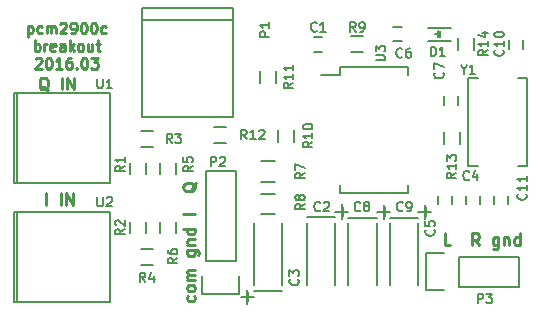
<source format=gto>
G04 #@! TF.FileFunction,Legend,Top*
%FSLAX46Y46*%
G04 Gerber Fmt 4.6, Leading zero omitted, Abs format (unit mm)*
G04 Created by KiCad (PCBNEW 4.0.2-stable) date Mon 07 Mar 2016 02:30:54 PM HST*
%MOMM*%
G01*
G04 APERTURE LIST*
%ADD10C,0.100000*%
%ADD11C,0.250000*%
%ADD12C,0.225000*%
%ADD13C,0.150000*%
G04 APERTURE END LIST*
D10*
D11*
X120638096Y-113147619D02*
X120542858Y-113100000D01*
X120447620Y-113004762D01*
X120304763Y-112861905D01*
X120209524Y-112814286D01*
X120114286Y-112814286D01*
X120161905Y-113052381D02*
X120066667Y-113004762D01*
X119971429Y-112909524D01*
X119923810Y-112719048D01*
X119923810Y-112385714D01*
X119971429Y-112195238D01*
X120066667Y-112100000D01*
X120161905Y-112052381D01*
X120352382Y-112052381D01*
X120447620Y-112100000D01*
X120542858Y-112195238D01*
X120590477Y-112385714D01*
X120590477Y-112719048D01*
X120542858Y-112909524D01*
X120447620Y-113004762D01*
X120352382Y-113052381D01*
X120161905Y-113052381D01*
X121780953Y-113052381D02*
X121780953Y-112052381D01*
X122257143Y-113052381D02*
X122257143Y-112052381D01*
X122828572Y-113052381D01*
X122828572Y-112052381D01*
X120457143Y-122852381D02*
X120457143Y-121852381D01*
X121695238Y-122852381D02*
X121695238Y-121852381D01*
X122171428Y-122852381D02*
X122171428Y-121852381D01*
X122742857Y-122852381D01*
X122742857Y-121852381D01*
X133004762Y-130523809D02*
X133052381Y-130619047D01*
X133052381Y-130809524D01*
X133004762Y-130904762D01*
X132957143Y-130952381D01*
X132861905Y-131000000D01*
X132576190Y-131000000D01*
X132480952Y-130952381D01*
X132433333Y-130904762D01*
X132385714Y-130809524D01*
X132385714Y-130619047D01*
X132433333Y-130523809D01*
X133052381Y-129952381D02*
X133004762Y-130047619D01*
X132957143Y-130095238D01*
X132861905Y-130142857D01*
X132576190Y-130142857D01*
X132480952Y-130095238D01*
X132433333Y-130047619D01*
X132385714Y-129952381D01*
X132385714Y-129809523D01*
X132433333Y-129714285D01*
X132480952Y-129666666D01*
X132576190Y-129619047D01*
X132861905Y-129619047D01*
X132957143Y-129666666D01*
X133004762Y-129714285D01*
X133052381Y-129809523D01*
X133052381Y-129952381D01*
X133052381Y-129190476D02*
X132385714Y-129190476D01*
X132480952Y-129190476D02*
X132433333Y-129142857D01*
X132385714Y-129047619D01*
X132385714Y-128904761D01*
X132433333Y-128809523D01*
X132528571Y-128761904D01*
X133052381Y-128761904D01*
X132528571Y-128761904D02*
X132433333Y-128714285D01*
X132385714Y-128619047D01*
X132385714Y-128476190D01*
X132433333Y-128380952D01*
X132528571Y-128333333D01*
X133052381Y-128333333D01*
X132385714Y-126666666D02*
X133195238Y-126666666D01*
X133290476Y-126714285D01*
X133338095Y-126761904D01*
X133385714Y-126857143D01*
X133385714Y-127000000D01*
X133338095Y-127095238D01*
X133004762Y-126666666D02*
X133052381Y-126761904D01*
X133052381Y-126952381D01*
X133004762Y-127047619D01*
X132957143Y-127095238D01*
X132861905Y-127142857D01*
X132576190Y-127142857D01*
X132480952Y-127095238D01*
X132433333Y-127047619D01*
X132385714Y-126952381D01*
X132385714Y-126761904D01*
X132433333Y-126666666D01*
X132385714Y-126190476D02*
X133052381Y-126190476D01*
X132480952Y-126190476D02*
X132433333Y-126142857D01*
X132385714Y-126047619D01*
X132385714Y-125904761D01*
X132433333Y-125809523D01*
X132528571Y-125761904D01*
X133052381Y-125761904D01*
X133052381Y-124857142D02*
X132052381Y-124857142D01*
X133004762Y-124857142D02*
X133052381Y-124952380D01*
X133052381Y-125142857D01*
X133004762Y-125238095D01*
X132957143Y-125285714D01*
X132861905Y-125333333D01*
X132576190Y-125333333D01*
X132480952Y-125285714D01*
X132433333Y-125238095D01*
X132385714Y-125142857D01*
X132385714Y-124952380D01*
X132433333Y-124857142D01*
X133052381Y-123619047D02*
X132052381Y-123619047D01*
X133147619Y-120952380D02*
X133100000Y-121047618D01*
X133004762Y-121142856D01*
X132861905Y-121285713D01*
X132814286Y-121380952D01*
X132814286Y-121476190D01*
X133052381Y-121428571D02*
X133004762Y-121523809D01*
X132909524Y-121619047D01*
X132719048Y-121666666D01*
X132385714Y-121666666D01*
X132195238Y-121619047D01*
X132100000Y-121523809D01*
X132052381Y-121428571D01*
X132052381Y-121238094D01*
X132100000Y-121142856D01*
X132195238Y-121047618D01*
X132385714Y-120999999D01*
X132719048Y-120999999D01*
X132909524Y-121047618D01*
X133004762Y-121142856D01*
X133052381Y-121238094D01*
X133052381Y-121428571D01*
X154690476Y-126252381D02*
X154214285Y-126252381D01*
X154214285Y-125252381D01*
X157119048Y-126252381D02*
X156785714Y-125776190D01*
X156547619Y-126252381D02*
X156547619Y-125252381D01*
X156928572Y-125252381D01*
X157023810Y-125300000D01*
X157071429Y-125347619D01*
X157119048Y-125442857D01*
X157119048Y-125585714D01*
X157071429Y-125680952D01*
X157023810Y-125728571D01*
X156928572Y-125776190D01*
X156547619Y-125776190D01*
X158738096Y-125585714D02*
X158738096Y-126395238D01*
X158690477Y-126490476D01*
X158642858Y-126538095D01*
X158547619Y-126585714D01*
X158404762Y-126585714D01*
X158309524Y-126538095D01*
X158738096Y-126204762D02*
X158642858Y-126252381D01*
X158452381Y-126252381D01*
X158357143Y-126204762D01*
X158309524Y-126157143D01*
X158261905Y-126061905D01*
X158261905Y-125776190D01*
X158309524Y-125680952D01*
X158357143Y-125633333D01*
X158452381Y-125585714D01*
X158642858Y-125585714D01*
X158738096Y-125633333D01*
X159214286Y-125585714D02*
X159214286Y-126252381D01*
X159214286Y-125680952D02*
X159261905Y-125633333D01*
X159357143Y-125585714D01*
X159500001Y-125585714D01*
X159595239Y-125633333D01*
X159642858Y-125728571D01*
X159642858Y-126252381D01*
X160547620Y-126252381D02*
X160547620Y-125252381D01*
X160547620Y-126204762D02*
X160452382Y-126252381D01*
X160261905Y-126252381D01*
X160166667Y-126204762D01*
X160119048Y-126157143D01*
X160071429Y-126061905D01*
X160071429Y-125776190D01*
X160119048Y-125680952D01*
X160166667Y-125633333D01*
X160261905Y-125585714D01*
X160452382Y-125585714D01*
X160547620Y-125633333D01*
D12*
X118921428Y-107722143D02*
X118921428Y-108622143D01*
X118921428Y-107765000D02*
X119007142Y-107722143D01*
X119178571Y-107722143D01*
X119264285Y-107765000D01*
X119307142Y-107807857D01*
X119349999Y-107893571D01*
X119349999Y-108150714D01*
X119307142Y-108236429D01*
X119264285Y-108279286D01*
X119178571Y-108322143D01*
X119007142Y-108322143D01*
X118921428Y-108279286D01*
X120121428Y-108279286D02*
X120035714Y-108322143D01*
X119864285Y-108322143D01*
X119778571Y-108279286D01*
X119735714Y-108236429D01*
X119692857Y-108150714D01*
X119692857Y-107893571D01*
X119735714Y-107807857D01*
X119778571Y-107765000D01*
X119864285Y-107722143D01*
X120035714Y-107722143D01*
X120121428Y-107765000D01*
X120507143Y-108322143D02*
X120507143Y-107722143D01*
X120507143Y-107807857D02*
X120550000Y-107765000D01*
X120635714Y-107722143D01*
X120764286Y-107722143D01*
X120850000Y-107765000D01*
X120892857Y-107850714D01*
X120892857Y-108322143D01*
X120892857Y-107850714D02*
X120935714Y-107765000D01*
X121021428Y-107722143D01*
X121150000Y-107722143D01*
X121235714Y-107765000D01*
X121278571Y-107850714D01*
X121278571Y-108322143D01*
X121664286Y-107507857D02*
X121707143Y-107465000D01*
X121792857Y-107422143D01*
X122007143Y-107422143D01*
X122092857Y-107465000D01*
X122135714Y-107507857D01*
X122178571Y-107593571D01*
X122178571Y-107679286D01*
X122135714Y-107807857D01*
X121621428Y-108322143D01*
X122178571Y-108322143D01*
X122607143Y-108322143D02*
X122778571Y-108322143D01*
X122864286Y-108279286D01*
X122907143Y-108236429D01*
X122992857Y-108107857D01*
X123035714Y-107936429D01*
X123035714Y-107593571D01*
X122992857Y-107507857D01*
X122950000Y-107465000D01*
X122864286Y-107422143D01*
X122692857Y-107422143D01*
X122607143Y-107465000D01*
X122564286Y-107507857D01*
X122521429Y-107593571D01*
X122521429Y-107807857D01*
X122564286Y-107893571D01*
X122607143Y-107936429D01*
X122692857Y-107979286D01*
X122864286Y-107979286D01*
X122950000Y-107936429D01*
X122992857Y-107893571D01*
X123035714Y-107807857D01*
X123592857Y-107422143D02*
X123678572Y-107422143D01*
X123764286Y-107465000D01*
X123807143Y-107507857D01*
X123850000Y-107593571D01*
X123892857Y-107765000D01*
X123892857Y-107979286D01*
X123850000Y-108150714D01*
X123807143Y-108236429D01*
X123764286Y-108279286D01*
X123678572Y-108322143D01*
X123592857Y-108322143D01*
X123507143Y-108279286D01*
X123464286Y-108236429D01*
X123421429Y-108150714D01*
X123378572Y-107979286D01*
X123378572Y-107765000D01*
X123421429Y-107593571D01*
X123464286Y-107507857D01*
X123507143Y-107465000D01*
X123592857Y-107422143D01*
X124450000Y-107422143D02*
X124535715Y-107422143D01*
X124621429Y-107465000D01*
X124664286Y-107507857D01*
X124707143Y-107593571D01*
X124750000Y-107765000D01*
X124750000Y-107979286D01*
X124707143Y-108150714D01*
X124664286Y-108236429D01*
X124621429Y-108279286D01*
X124535715Y-108322143D01*
X124450000Y-108322143D01*
X124364286Y-108279286D01*
X124321429Y-108236429D01*
X124278572Y-108150714D01*
X124235715Y-107979286D01*
X124235715Y-107765000D01*
X124278572Y-107593571D01*
X124321429Y-107507857D01*
X124364286Y-107465000D01*
X124450000Y-107422143D01*
X125521429Y-108279286D02*
X125435715Y-108322143D01*
X125264286Y-108322143D01*
X125178572Y-108279286D01*
X125135715Y-108236429D01*
X125092858Y-108150714D01*
X125092858Y-107893571D01*
X125135715Y-107807857D01*
X125178572Y-107765000D01*
X125264286Y-107722143D01*
X125435715Y-107722143D01*
X125521429Y-107765000D01*
X119500000Y-109807143D02*
X119500000Y-108907143D01*
X119500000Y-109250000D02*
X119585714Y-109207143D01*
X119757143Y-109207143D01*
X119842857Y-109250000D01*
X119885714Y-109292857D01*
X119928571Y-109378571D01*
X119928571Y-109635714D01*
X119885714Y-109721429D01*
X119842857Y-109764286D01*
X119757143Y-109807143D01*
X119585714Y-109807143D01*
X119500000Y-109764286D01*
X120314286Y-109807143D02*
X120314286Y-109207143D01*
X120314286Y-109378571D02*
X120357143Y-109292857D01*
X120400000Y-109250000D01*
X120485714Y-109207143D01*
X120571429Y-109207143D01*
X121214286Y-109764286D02*
X121128572Y-109807143D01*
X120957143Y-109807143D01*
X120871429Y-109764286D01*
X120828572Y-109678571D01*
X120828572Y-109335714D01*
X120871429Y-109250000D01*
X120957143Y-109207143D01*
X121128572Y-109207143D01*
X121214286Y-109250000D01*
X121257143Y-109335714D01*
X121257143Y-109421429D01*
X120828572Y-109507143D01*
X122028572Y-109807143D02*
X122028572Y-109335714D01*
X121985715Y-109250000D01*
X121900001Y-109207143D01*
X121728572Y-109207143D01*
X121642858Y-109250000D01*
X122028572Y-109764286D02*
X121942858Y-109807143D01*
X121728572Y-109807143D01*
X121642858Y-109764286D01*
X121600001Y-109678571D01*
X121600001Y-109592857D01*
X121642858Y-109507143D01*
X121728572Y-109464286D01*
X121942858Y-109464286D01*
X122028572Y-109421429D01*
X122457144Y-109807143D02*
X122457144Y-108907143D01*
X122542858Y-109464286D02*
X122800001Y-109807143D01*
X122800001Y-109207143D02*
X122457144Y-109550000D01*
X123314286Y-109807143D02*
X123228572Y-109764286D01*
X123185715Y-109721429D01*
X123142858Y-109635714D01*
X123142858Y-109378571D01*
X123185715Y-109292857D01*
X123228572Y-109250000D01*
X123314286Y-109207143D01*
X123442858Y-109207143D01*
X123528572Y-109250000D01*
X123571429Y-109292857D01*
X123614286Y-109378571D01*
X123614286Y-109635714D01*
X123571429Y-109721429D01*
X123528572Y-109764286D01*
X123442858Y-109807143D01*
X123314286Y-109807143D01*
X124385715Y-109207143D02*
X124385715Y-109807143D01*
X124000001Y-109207143D02*
X124000001Y-109678571D01*
X124042858Y-109764286D01*
X124128572Y-109807143D01*
X124257144Y-109807143D01*
X124342858Y-109764286D01*
X124385715Y-109721429D01*
X124685715Y-109207143D02*
X125028572Y-109207143D01*
X124814287Y-108907143D02*
X124814287Y-109678571D01*
X124857144Y-109764286D01*
X124942858Y-109807143D01*
X125028572Y-109807143D01*
X119585715Y-110477857D02*
X119628572Y-110435000D01*
X119714286Y-110392143D01*
X119928572Y-110392143D01*
X120014286Y-110435000D01*
X120057143Y-110477857D01*
X120100000Y-110563571D01*
X120100000Y-110649286D01*
X120057143Y-110777857D01*
X119542857Y-111292143D01*
X120100000Y-111292143D01*
X120657143Y-110392143D02*
X120742858Y-110392143D01*
X120828572Y-110435000D01*
X120871429Y-110477857D01*
X120914286Y-110563571D01*
X120957143Y-110735000D01*
X120957143Y-110949286D01*
X120914286Y-111120714D01*
X120871429Y-111206429D01*
X120828572Y-111249286D01*
X120742858Y-111292143D01*
X120657143Y-111292143D01*
X120571429Y-111249286D01*
X120528572Y-111206429D01*
X120485715Y-111120714D01*
X120442858Y-110949286D01*
X120442858Y-110735000D01*
X120485715Y-110563571D01*
X120528572Y-110477857D01*
X120571429Y-110435000D01*
X120657143Y-110392143D01*
X121814286Y-111292143D02*
X121300001Y-111292143D01*
X121557143Y-111292143D02*
X121557143Y-110392143D01*
X121471429Y-110520714D01*
X121385715Y-110606429D01*
X121300001Y-110649286D01*
X122585715Y-110392143D02*
X122414286Y-110392143D01*
X122328572Y-110435000D01*
X122285715Y-110477857D01*
X122200001Y-110606429D01*
X122157144Y-110777857D01*
X122157144Y-111120714D01*
X122200001Y-111206429D01*
X122242858Y-111249286D01*
X122328572Y-111292143D01*
X122500001Y-111292143D01*
X122585715Y-111249286D01*
X122628572Y-111206429D01*
X122671429Y-111120714D01*
X122671429Y-110906429D01*
X122628572Y-110820714D01*
X122585715Y-110777857D01*
X122500001Y-110735000D01*
X122328572Y-110735000D01*
X122242858Y-110777857D01*
X122200001Y-110820714D01*
X122157144Y-110906429D01*
X123057144Y-111206429D02*
X123100001Y-111249286D01*
X123057144Y-111292143D01*
X123014287Y-111249286D01*
X123057144Y-111206429D01*
X123057144Y-111292143D01*
X123657143Y-110392143D02*
X123742858Y-110392143D01*
X123828572Y-110435000D01*
X123871429Y-110477857D01*
X123914286Y-110563571D01*
X123957143Y-110735000D01*
X123957143Y-110949286D01*
X123914286Y-111120714D01*
X123871429Y-111206429D01*
X123828572Y-111249286D01*
X123742858Y-111292143D01*
X123657143Y-111292143D01*
X123571429Y-111249286D01*
X123528572Y-111206429D01*
X123485715Y-111120714D01*
X123442858Y-110949286D01*
X123442858Y-110735000D01*
X123485715Y-110563571D01*
X123528572Y-110477857D01*
X123571429Y-110435000D01*
X123657143Y-110392143D01*
X124257143Y-110392143D02*
X124814286Y-110392143D01*
X124514286Y-110735000D01*
X124642858Y-110735000D01*
X124728572Y-110777857D01*
X124771429Y-110820714D01*
X124814286Y-110906429D01*
X124814286Y-111120714D01*
X124771429Y-111206429D01*
X124728572Y-111249286D01*
X124642858Y-111292143D01*
X124385715Y-111292143D01*
X124300001Y-111249286D01*
X124257143Y-111206429D01*
D13*
X143850000Y-109850000D02*
X143150000Y-109850000D01*
X143150000Y-108650000D02*
X143850000Y-108650000D01*
X156000000Y-122750000D02*
X156000000Y-122050000D01*
X157200000Y-122050000D02*
X157200000Y-122750000D01*
X153650000Y-122750000D02*
X153650000Y-122050000D01*
X154850000Y-122050000D02*
X154850000Y-122750000D01*
X150550000Y-109000000D02*
X149850000Y-109000000D01*
X149850000Y-107800000D02*
X150550000Y-107800000D01*
X155350000Y-113650000D02*
X155350000Y-114350000D01*
X154150000Y-114350000D02*
X154150000Y-113650000D01*
X160850000Y-108900000D02*
X160850000Y-109600000D01*
X159650000Y-109600000D02*
X159650000Y-108900000D01*
X158400000Y-122750000D02*
X158400000Y-122050000D01*
X159600000Y-122050000D02*
X159600000Y-122750000D01*
X136250640Y-107200820D02*
X128549360Y-107200820D01*
X136250640Y-106200060D02*
X128549360Y-106200060D01*
X128549360Y-106200060D02*
X128549360Y-115399940D01*
X128549360Y-115399940D02*
X136250640Y-115399940D01*
X136250640Y-115399940D02*
X136250640Y-106200060D01*
X136520000Y-127560000D02*
X136520000Y-119940000D01*
X133980000Y-127560000D02*
X133980000Y-119940000D01*
X133700000Y-130380000D02*
X133700000Y-128830000D01*
X136520000Y-119940000D02*
X133980000Y-119940000D01*
X133980000Y-127560000D02*
X136520000Y-127560000D01*
X136800000Y-128830000D02*
X136800000Y-130380000D01*
X136800000Y-130380000D02*
X133700000Y-130380000D01*
X155430000Y-129770000D02*
X160510000Y-129770000D01*
X160510000Y-129770000D02*
X160510000Y-127230000D01*
X160510000Y-127230000D02*
X155430000Y-127230000D01*
X152610000Y-126950000D02*
X154160000Y-126950000D01*
X155430000Y-127230000D02*
X155430000Y-129770000D01*
X154160000Y-130050000D02*
X152610000Y-130050000D01*
X152610000Y-130050000D02*
X152610000Y-126950000D01*
X127575000Y-120250000D02*
X127575000Y-119250000D01*
X128925000Y-119250000D02*
X128925000Y-120250000D01*
X128925000Y-124250000D02*
X128925000Y-125250000D01*
X127575000Y-125250000D02*
X127575000Y-124250000D01*
X128500000Y-116575000D02*
X129500000Y-116575000D01*
X129500000Y-117925000D02*
X128500000Y-117925000D01*
X128500000Y-126575000D02*
X129500000Y-126575000D01*
X129500000Y-127925000D02*
X128500000Y-127925000D01*
X130075000Y-120250000D02*
X130075000Y-119250000D01*
X131425000Y-119250000D02*
X131425000Y-120250000D01*
X131425000Y-124250000D02*
X131425000Y-125250000D01*
X130075000Y-125250000D02*
X130075000Y-124250000D01*
X146300000Y-108575000D02*
X147300000Y-108575000D01*
X147300000Y-109925000D02*
X146300000Y-109925000D01*
X140075000Y-117500000D02*
X140075000Y-116500000D01*
X141425000Y-116500000D02*
X141425000Y-117500000D01*
X138575000Y-112500000D02*
X138575000Y-111500000D01*
X139925000Y-111500000D02*
X139925000Y-112500000D01*
X134700000Y-116225000D02*
X135700000Y-116225000D01*
X135700000Y-117575000D02*
X134700000Y-117575000D01*
X155475000Y-116700000D02*
X155475000Y-117700000D01*
X154125000Y-117700000D02*
X154125000Y-116700000D01*
X117976000Y-121020000D02*
X117976000Y-113400000D01*
X117722000Y-121020000D02*
X118230000Y-121020000D01*
X117722000Y-113400000D02*
X117722000Y-121020000D01*
X117722000Y-113400000D02*
X118230000Y-113400000D01*
X125850000Y-121020000D02*
X118230000Y-121020000D01*
X125850000Y-113400000D02*
X125850000Y-121020000D01*
X118230000Y-113400000D02*
X125850000Y-113400000D01*
X117976000Y-131020000D02*
X117976000Y-123400000D01*
X117722000Y-131020000D02*
X118230000Y-131020000D01*
X117722000Y-123400000D02*
X117722000Y-131020000D01*
X117722000Y-123400000D02*
X118230000Y-123400000D01*
X125850000Y-131020000D02*
X118230000Y-131020000D01*
X125850000Y-123400000D02*
X125850000Y-131020000D01*
X118230000Y-123400000D02*
X125850000Y-123400000D01*
X145375000Y-111175000D02*
X145375000Y-111825000D01*
X151125000Y-111175000D02*
X151125000Y-111825000D01*
X151125000Y-121825000D02*
X151125000Y-121175000D01*
X145375000Y-121825000D02*
X145375000Y-121175000D01*
X145375000Y-111175000D02*
X151125000Y-111175000D01*
X145375000Y-121825000D02*
X151125000Y-121825000D01*
X145375000Y-111825000D02*
X143775000Y-111825000D01*
X156200640Y-112050960D02*
X157000740Y-112050960D01*
X161199360Y-112050960D02*
X160399260Y-112050960D01*
X161199360Y-119549040D02*
X160399260Y-119549040D01*
X156200640Y-119549040D02*
X157000740Y-119549040D01*
X156200640Y-112050960D02*
X156200640Y-119549040D01*
X161199360Y-119549040D02*
X161199360Y-112050960D01*
X138650000Y-119125000D02*
X139850000Y-119125000D01*
X139850000Y-120875000D02*
X138650000Y-120875000D01*
X138650000Y-121875000D02*
X139850000Y-121875000D01*
X139850000Y-123625000D02*
X138650000Y-123625000D01*
X142551120Y-124397900D02*
X142551120Y-129599820D01*
X144948880Y-129599820D02*
X144948880Y-124397900D01*
X146048700Y-123399680D02*
X144948880Y-123399680D01*
X145548320Y-122800240D02*
X145548320Y-123999120D01*
X144948880Y-123902600D02*
X142551120Y-123902600D01*
X140448880Y-129602100D02*
X140448880Y-124400180D01*
X138051120Y-124400180D02*
X138051120Y-129602100D01*
X136951300Y-130600320D02*
X138051120Y-130600320D01*
X137451680Y-131199760D02*
X137451680Y-130000880D01*
X138051120Y-130097400D02*
X140448880Y-130097400D01*
X146051120Y-124400180D02*
X146051120Y-129602100D01*
X148448880Y-129602100D02*
X148448880Y-124400180D01*
X149548700Y-123401960D02*
X148448880Y-123401960D01*
X149048320Y-122802520D02*
X149048320Y-124001400D01*
X148448880Y-123904880D02*
X146051120Y-123904880D01*
X149551120Y-124400180D02*
X149551120Y-129602100D01*
X151948880Y-129602100D02*
X151948880Y-124400180D01*
X153048700Y-123401960D02*
X151948880Y-123401960D01*
X152548320Y-122802520D02*
X152548320Y-124001400D01*
X151948880Y-123904880D02*
X149551120Y-123904880D01*
X154700000Y-107850000D02*
X152800000Y-107850000D01*
X154700000Y-108950000D02*
X152800000Y-108950000D01*
X153800000Y-108400000D02*
X153350000Y-108400000D01*
X153850000Y-108650000D02*
X153850000Y-108150000D01*
X153850000Y-108400000D02*
X153600000Y-108650000D01*
X153600000Y-108650000D02*
X153600000Y-108150000D01*
X153600000Y-108150000D02*
X153850000Y-108400000D01*
X156675000Y-108700000D02*
X156675000Y-109700000D01*
X155325000Y-109700000D02*
X155325000Y-108700000D01*
X143366667Y-108085714D02*
X143328572Y-108123810D01*
X143214286Y-108161905D01*
X143138096Y-108161905D01*
X143023810Y-108123810D01*
X142947619Y-108047619D01*
X142909524Y-107971429D01*
X142871429Y-107819048D01*
X142871429Y-107704762D01*
X142909524Y-107552381D01*
X142947619Y-107476190D01*
X143023810Y-107400000D01*
X143138096Y-107361905D01*
X143214286Y-107361905D01*
X143328572Y-107400000D01*
X143366667Y-107438095D01*
X144128572Y-108161905D02*
X143671429Y-108161905D01*
X143900000Y-108161905D02*
X143900000Y-107361905D01*
X143823810Y-107476190D01*
X143747619Y-107552381D01*
X143671429Y-107590476D01*
X156266667Y-120685714D02*
X156228572Y-120723810D01*
X156114286Y-120761905D01*
X156038096Y-120761905D01*
X155923810Y-120723810D01*
X155847619Y-120647619D01*
X155809524Y-120571429D01*
X155771429Y-120419048D01*
X155771429Y-120304762D01*
X155809524Y-120152381D01*
X155847619Y-120076190D01*
X155923810Y-120000000D01*
X156038096Y-119961905D01*
X156114286Y-119961905D01*
X156228572Y-120000000D01*
X156266667Y-120038095D01*
X156952381Y-120228571D02*
X156952381Y-120761905D01*
X156761905Y-119923810D02*
X156571429Y-120495238D01*
X157066667Y-120495238D01*
X153285714Y-124933333D02*
X153323810Y-124971428D01*
X153361905Y-125085714D01*
X153361905Y-125161904D01*
X153323810Y-125276190D01*
X153247619Y-125352381D01*
X153171429Y-125390476D01*
X153019048Y-125428571D01*
X152904762Y-125428571D01*
X152752381Y-125390476D01*
X152676190Y-125352381D01*
X152600000Y-125276190D01*
X152561905Y-125161904D01*
X152561905Y-125085714D01*
X152600000Y-124971428D01*
X152638095Y-124933333D01*
X152561905Y-124209523D02*
X152561905Y-124590476D01*
X152942857Y-124628571D01*
X152904762Y-124590476D01*
X152866667Y-124514285D01*
X152866667Y-124323809D01*
X152904762Y-124247619D01*
X152942857Y-124209523D01*
X153019048Y-124171428D01*
X153209524Y-124171428D01*
X153285714Y-124209523D01*
X153323810Y-124247619D01*
X153361905Y-124323809D01*
X153361905Y-124514285D01*
X153323810Y-124590476D01*
X153285714Y-124628571D01*
X150616667Y-110285714D02*
X150578572Y-110323810D01*
X150464286Y-110361905D01*
X150388096Y-110361905D01*
X150273810Y-110323810D01*
X150197619Y-110247619D01*
X150159524Y-110171429D01*
X150121429Y-110019048D01*
X150121429Y-109904762D01*
X150159524Y-109752381D01*
X150197619Y-109676190D01*
X150273810Y-109600000D01*
X150388096Y-109561905D01*
X150464286Y-109561905D01*
X150578572Y-109600000D01*
X150616667Y-109638095D01*
X151302381Y-109561905D02*
X151150000Y-109561905D01*
X151073810Y-109600000D01*
X151035715Y-109638095D01*
X150959524Y-109752381D01*
X150921429Y-109904762D01*
X150921429Y-110209524D01*
X150959524Y-110285714D01*
X150997619Y-110323810D01*
X151073810Y-110361905D01*
X151226191Y-110361905D01*
X151302381Y-110323810D01*
X151340477Y-110285714D01*
X151378572Y-110209524D01*
X151378572Y-110019048D01*
X151340477Y-109942857D01*
X151302381Y-109904762D01*
X151226191Y-109866667D01*
X151073810Y-109866667D01*
X150997619Y-109904762D01*
X150959524Y-109942857D01*
X150921429Y-110019048D01*
X154035714Y-111633333D02*
X154073810Y-111671428D01*
X154111905Y-111785714D01*
X154111905Y-111861904D01*
X154073810Y-111976190D01*
X153997619Y-112052381D01*
X153921429Y-112090476D01*
X153769048Y-112128571D01*
X153654762Y-112128571D01*
X153502381Y-112090476D01*
X153426190Y-112052381D01*
X153350000Y-111976190D01*
X153311905Y-111861904D01*
X153311905Y-111785714D01*
X153350000Y-111671428D01*
X153388095Y-111633333D01*
X153311905Y-111366666D02*
X153311905Y-110833333D01*
X154111905Y-111176190D01*
X159135714Y-109714286D02*
X159173810Y-109752381D01*
X159211905Y-109866667D01*
X159211905Y-109942857D01*
X159173810Y-110057143D01*
X159097619Y-110133334D01*
X159021429Y-110171429D01*
X158869048Y-110209524D01*
X158754762Y-110209524D01*
X158602381Y-110171429D01*
X158526190Y-110133334D01*
X158450000Y-110057143D01*
X158411905Y-109942857D01*
X158411905Y-109866667D01*
X158450000Y-109752381D01*
X158488095Y-109714286D01*
X159211905Y-108952381D02*
X159211905Y-109409524D01*
X159211905Y-109180953D02*
X158411905Y-109180953D01*
X158526190Y-109257143D01*
X158602381Y-109333334D01*
X158640476Y-109409524D01*
X158411905Y-108457143D02*
X158411905Y-108380952D01*
X158450000Y-108304762D01*
X158488095Y-108266667D01*
X158564286Y-108228571D01*
X158716667Y-108190476D01*
X158907143Y-108190476D01*
X159059524Y-108228571D01*
X159135714Y-108266667D01*
X159173810Y-108304762D01*
X159211905Y-108380952D01*
X159211905Y-108457143D01*
X159173810Y-108533333D01*
X159135714Y-108571429D01*
X159059524Y-108609524D01*
X158907143Y-108647619D01*
X158716667Y-108647619D01*
X158564286Y-108609524D01*
X158488095Y-108571429D01*
X158450000Y-108533333D01*
X158411905Y-108457143D01*
X161085714Y-121914286D02*
X161123810Y-121952381D01*
X161161905Y-122066667D01*
X161161905Y-122142857D01*
X161123810Y-122257143D01*
X161047619Y-122333334D01*
X160971429Y-122371429D01*
X160819048Y-122409524D01*
X160704762Y-122409524D01*
X160552381Y-122371429D01*
X160476190Y-122333334D01*
X160400000Y-122257143D01*
X160361905Y-122142857D01*
X160361905Y-122066667D01*
X160400000Y-121952381D01*
X160438095Y-121914286D01*
X161161905Y-121152381D02*
X161161905Y-121609524D01*
X161161905Y-121380953D02*
X160361905Y-121380953D01*
X160476190Y-121457143D01*
X160552381Y-121533334D01*
X160590476Y-121609524D01*
X161161905Y-120390476D02*
X161161905Y-120847619D01*
X161161905Y-120619048D02*
X160361905Y-120619048D01*
X160476190Y-120695238D01*
X160552381Y-120771429D01*
X160590476Y-120847619D01*
X139361905Y-108590476D02*
X138561905Y-108590476D01*
X138561905Y-108285714D01*
X138600000Y-108209523D01*
X138638095Y-108171428D01*
X138714286Y-108133333D01*
X138828571Y-108133333D01*
X138904762Y-108171428D01*
X138942857Y-108209523D01*
X138980952Y-108285714D01*
X138980952Y-108590476D01*
X139361905Y-107371428D02*
X139361905Y-107828571D01*
X139361905Y-107600000D02*
X138561905Y-107600000D01*
X138676190Y-107676190D01*
X138752381Y-107752381D01*
X138790476Y-107828571D01*
X134409524Y-119561905D02*
X134409524Y-118761905D01*
X134714286Y-118761905D01*
X134790477Y-118800000D01*
X134828572Y-118838095D01*
X134866667Y-118914286D01*
X134866667Y-119028571D01*
X134828572Y-119104762D01*
X134790477Y-119142857D01*
X134714286Y-119180952D01*
X134409524Y-119180952D01*
X135171429Y-118838095D02*
X135209524Y-118800000D01*
X135285715Y-118761905D01*
X135476191Y-118761905D01*
X135552381Y-118800000D01*
X135590477Y-118838095D01*
X135628572Y-118914286D01*
X135628572Y-118990476D01*
X135590477Y-119104762D01*
X135133334Y-119561905D01*
X135628572Y-119561905D01*
X157009524Y-131161905D02*
X157009524Y-130361905D01*
X157314286Y-130361905D01*
X157390477Y-130400000D01*
X157428572Y-130438095D01*
X157466667Y-130514286D01*
X157466667Y-130628571D01*
X157428572Y-130704762D01*
X157390477Y-130742857D01*
X157314286Y-130780952D01*
X157009524Y-130780952D01*
X157733334Y-130361905D02*
X158228572Y-130361905D01*
X157961905Y-130666667D01*
X158076191Y-130666667D01*
X158152381Y-130704762D01*
X158190477Y-130742857D01*
X158228572Y-130819048D01*
X158228572Y-131009524D01*
X158190477Y-131085714D01*
X158152381Y-131123810D01*
X158076191Y-131161905D01*
X157847619Y-131161905D01*
X157771429Y-131123810D01*
X157733334Y-131085714D01*
X127111905Y-119533333D02*
X126730952Y-119800000D01*
X127111905Y-119990476D02*
X126311905Y-119990476D01*
X126311905Y-119685714D01*
X126350000Y-119609523D01*
X126388095Y-119571428D01*
X126464286Y-119533333D01*
X126578571Y-119533333D01*
X126654762Y-119571428D01*
X126692857Y-119609523D01*
X126730952Y-119685714D01*
X126730952Y-119990476D01*
X127111905Y-118771428D02*
X127111905Y-119228571D01*
X127111905Y-119000000D02*
X126311905Y-119000000D01*
X126426190Y-119076190D01*
X126502381Y-119152381D01*
X126540476Y-119228571D01*
X127111905Y-124883333D02*
X126730952Y-125150000D01*
X127111905Y-125340476D02*
X126311905Y-125340476D01*
X126311905Y-125035714D01*
X126350000Y-124959523D01*
X126388095Y-124921428D01*
X126464286Y-124883333D01*
X126578571Y-124883333D01*
X126654762Y-124921428D01*
X126692857Y-124959523D01*
X126730952Y-125035714D01*
X126730952Y-125340476D01*
X126388095Y-124578571D02*
X126350000Y-124540476D01*
X126311905Y-124464285D01*
X126311905Y-124273809D01*
X126350000Y-124197619D01*
X126388095Y-124159523D01*
X126464286Y-124121428D01*
X126540476Y-124121428D01*
X126654762Y-124159523D01*
X127111905Y-124616666D01*
X127111905Y-124121428D01*
X131116667Y-117611905D02*
X130850000Y-117230952D01*
X130659524Y-117611905D02*
X130659524Y-116811905D01*
X130964286Y-116811905D01*
X131040477Y-116850000D01*
X131078572Y-116888095D01*
X131116667Y-116964286D01*
X131116667Y-117078571D01*
X131078572Y-117154762D01*
X131040477Y-117192857D01*
X130964286Y-117230952D01*
X130659524Y-117230952D01*
X131383334Y-116811905D02*
X131878572Y-116811905D01*
X131611905Y-117116667D01*
X131726191Y-117116667D01*
X131802381Y-117154762D01*
X131840477Y-117192857D01*
X131878572Y-117269048D01*
X131878572Y-117459524D01*
X131840477Y-117535714D01*
X131802381Y-117573810D01*
X131726191Y-117611905D01*
X131497619Y-117611905D01*
X131421429Y-117573810D01*
X131383334Y-117535714D01*
X128866667Y-129361905D02*
X128600000Y-128980952D01*
X128409524Y-129361905D02*
X128409524Y-128561905D01*
X128714286Y-128561905D01*
X128790477Y-128600000D01*
X128828572Y-128638095D01*
X128866667Y-128714286D01*
X128866667Y-128828571D01*
X128828572Y-128904762D01*
X128790477Y-128942857D01*
X128714286Y-128980952D01*
X128409524Y-128980952D01*
X129552381Y-128828571D02*
X129552381Y-129361905D01*
X129361905Y-128523810D02*
X129171429Y-129095238D01*
X129666667Y-129095238D01*
X132861905Y-119533333D02*
X132480952Y-119800000D01*
X132861905Y-119990476D02*
X132061905Y-119990476D01*
X132061905Y-119685714D01*
X132100000Y-119609523D01*
X132138095Y-119571428D01*
X132214286Y-119533333D01*
X132328571Y-119533333D01*
X132404762Y-119571428D01*
X132442857Y-119609523D01*
X132480952Y-119685714D01*
X132480952Y-119990476D01*
X132061905Y-118809523D02*
X132061905Y-119190476D01*
X132442857Y-119228571D01*
X132404762Y-119190476D01*
X132366667Y-119114285D01*
X132366667Y-118923809D01*
X132404762Y-118847619D01*
X132442857Y-118809523D01*
X132519048Y-118771428D01*
X132709524Y-118771428D01*
X132785714Y-118809523D01*
X132823810Y-118847619D01*
X132861905Y-118923809D01*
X132861905Y-119114285D01*
X132823810Y-119190476D01*
X132785714Y-119228571D01*
X131561905Y-127333333D02*
X131180952Y-127600000D01*
X131561905Y-127790476D02*
X130761905Y-127790476D01*
X130761905Y-127485714D01*
X130800000Y-127409523D01*
X130838095Y-127371428D01*
X130914286Y-127333333D01*
X131028571Y-127333333D01*
X131104762Y-127371428D01*
X131142857Y-127409523D01*
X131180952Y-127485714D01*
X131180952Y-127790476D01*
X130761905Y-126647619D02*
X130761905Y-126800000D01*
X130800000Y-126876190D01*
X130838095Y-126914285D01*
X130952381Y-126990476D01*
X131104762Y-127028571D01*
X131409524Y-127028571D01*
X131485714Y-126990476D01*
X131523810Y-126952381D01*
X131561905Y-126876190D01*
X131561905Y-126723809D01*
X131523810Y-126647619D01*
X131485714Y-126609523D01*
X131409524Y-126571428D01*
X131219048Y-126571428D01*
X131142857Y-126609523D01*
X131104762Y-126647619D01*
X131066667Y-126723809D01*
X131066667Y-126876190D01*
X131104762Y-126952381D01*
X131142857Y-126990476D01*
X131219048Y-127028571D01*
X146666667Y-108161905D02*
X146400000Y-107780952D01*
X146209524Y-108161905D02*
X146209524Y-107361905D01*
X146514286Y-107361905D01*
X146590477Y-107400000D01*
X146628572Y-107438095D01*
X146666667Y-107514286D01*
X146666667Y-107628571D01*
X146628572Y-107704762D01*
X146590477Y-107742857D01*
X146514286Y-107780952D01*
X146209524Y-107780952D01*
X147047619Y-108161905D02*
X147200000Y-108161905D01*
X147276191Y-108123810D01*
X147314286Y-108085714D01*
X147390477Y-107971429D01*
X147428572Y-107819048D01*
X147428572Y-107514286D01*
X147390477Y-107438095D01*
X147352381Y-107400000D01*
X147276191Y-107361905D01*
X147123810Y-107361905D01*
X147047619Y-107400000D01*
X147009524Y-107438095D01*
X146971429Y-107514286D01*
X146971429Y-107704762D01*
X147009524Y-107780952D01*
X147047619Y-107819048D01*
X147123810Y-107857143D01*
X147276191Y-107857143D01*
X147352381Y-107819048D01*
X147390477Y-107780952D01*
X147428572Y-107704762D01*
X143011905Y-117514286D02*
X142630952Y-117780953D01*
X143011905Y-117971429D02*
X142211905Y-117971429D01*
X142211905Y-117666667D01*
X142250000Y-117590476D01*
X142288095Y-117552381D01*
X142364286Y-117514286D01*
X142478571Y-117514286D01*
X142554762Y-117552381D01*
X142592857Y-117590476D01*
X142630952Y-117666667D01*
X142630952Y-117971429D01*
X143011905Y-116752381D02*
X143011905Y-117209524D01*
X143011905Y-116980953D02*
X142211905Y-116980953D01*
X142326190Y-117057143D01*
X142402381Y-117133334D01*
X142440476Y-117209524D01*
X142211905Y-116257143D02*
X142211905Y-116180952D01*
X142250000Y-116104762D01*
X142288095Y-116066667D01*
X142364286Y-116028571D01*
X142516667Y-115990476D01*
X142707143Y-115990476D01*
X142859524Y-116028571D01*
X142935714Y-116066667D01*
X142973810Y-116104762D01*
X143011905Y-116180952D01*
X143011905Y-116257143D01*
X142973810Y-116333333D01*
X142935714Y-116371429D01*
X142859524Y-116409524D01*
X142707143Y-116447619D01*
X142516667Y-116447619D01*
X142364286Y-116409524D01*
X142288095Y-116371429D01*
X142250000Y-116333333D01*
X142211905Y-116257143D01*
X141361905Y-112514286D02*
X140980952Y-112780953D01*
X141361905Y-112971429D02*
X140561905Y-112971429D01*
X140561905Y-112666667D01*
X140600000Y-112590476D01*
X140638095Y-112552381D01*
X140714286Y-112514286D01*
X140828571Y-112514286D01*
X140904762Y-112552381D01*
X140942857Y-112590476D01*
X140980952Y-112666667D01*
X140980952Y-112971429D01*
X141361905Y-111752381D02*
X141361905Y-112209524D01*
X141361905Y-111980953D02*
X140561905Y-111980953D01*
X140676190Y-112057143D01*
X140752381Y-112133334D01*
X140790476Y-112209524D01*
X141361905Y-110990476D02*
X141361905Y-111447619D01*
X141361905Y-111219048D02*
X140561905Y-111219048D01*
X140676190Y-111295238D01*
X140752381Y-111371429D01*
X140790476Y-111447619D01*
X137435714Y-117261905D02*
X137169047Y-116880952D01*
X136978571Y-117261905D02*
X136978571Y-116461905D01*
X137283333Y-116461905D01*
X137359524Y-116500000D01*
X137397619Y-116538095D01*
X137435714Y-116614286D01*
X137435714Y-116728571D01*
X137397619Y-116804762D01*
X137359524Y-116842857D01*
X137283333Y-116880952D01*
X136978571Y-116880952D01*
X138197619Y-117261905D02*
X137740476Y-117261905D01*
X137969047Y-117261905D02*
X137969047Y-116461905D01*
X137892857Y-116576190D01*
X137816666Y-116652381D01*
X137740476Y-116690476D01*
X138502381Y-116538095D02*
X138540476Y-116500000D01*
X138616667Y-116461905D01*
X138807143Y-116461905D01*
X138883333Y-116500000D01*
X138921429Y-116538095D01*
X138959524Y-116614286D01*
X138959524Y-116690476D01*
X138921429Y-116804762D01*
X138464286Y-117261905D01*
X138959524Y-117261905D01*
X155161905Y-120114286D02*
X154780952Y-120380953D01*
X155161905Y-120571429D02*
X154361905Y-120571429D01*
X154361905Y-120266667D01*
X154400000Y-120190476D01*
X154438095Y-120152381D01*
X154514286Y-120114286D01*
X154628571Y-120114286D01*
X154704762Y-120152381D01*
X154742857Y-120190476D01*
X154780952Y-120266667D01*
X154780952Y-120571429D01*
X155161905Y-119352381D02*
X155161905Y-119809524D01*
X155161905Y-119580953D02*
X154361905Y-119580953D01*
X154476190Y-119657143D01*
X154552381Y-119733334D01*
X154590476Y-119809524D01*
X154361905Y-119085714D02*
X154361905Y-118590476D01*
X154666667Y-118857143D01*
X154666667Y-118742857D01*
X154704762Y-118666667D01*
X154742857Y-118628571D01*
X154819048Y-118590476D01*
X155009524Y-118590476D01*
X155085714Y-118628571D01*
X155123810Y-118666667D01*
X155161905Y-118742857D01*
X155161905Y-118971429D01*
X155123810Y-119047619D01*
X155085714Y-119085714D01*
X124790476Y-112161905D02*
X124790476Y-112809524D01*
X124828571Y-112885714D01*
X124866667Y-112923810D01*
X124942857Y-112961905D01*
X125095238Y-112961905D01*
X125171429Y-112923810D01*
X125209524Y-112885714D01*
X125247619Y-112809524D01*
X125247619Y-112161905D01*
X126047619Y-112961905D02*
X125590476Y-112961905D01*
X125819047Y-112961905D02*
X125819047Y-112161905D01*
X125742857Y-112276190D01*
X125666666Y-112352381D01*
X125590476Y-112390476D01*
X124790476Y-122161905D02*
X124790476Y-122809524D01*
X124828571Y-122885714D01*
X124866667Y-122923810D01*
X124942857Y-122961905D01*
X125095238Y-122961905D01*
X125171429Y-122923810D01*
X125209524Y-122885714D01*
X125247619Y-122809524D01*
X125247619Y-122161905D01*
X125590476Y-122238095D02*
X125628571Y-122200000D01*
X125704762Y-122161905D01*
X125895238Y-122161905D01*
X125971428Y-122200000D01*
X126009524Y-122238095D01*
X126047619Y-122314286D01*
X126047619Y-122390476D01*
X126009524Y-122504762D01*
X125552381Y-122961905D01*
X126047619Y-122961905D01*
X148361905Y-110609524D02*
X149009524Y-110609524D01*
X149085714Y-110571429D01*
X149123810Y-110533333D01*
X149161905Y-110457143D01*
X149161905Y-110304762D01*
X149123810Y-110228571D01*
X149085714Y-110190476D01*
X149009524Y-110152381D01*
X148361905Y-110152381D01*
X148361905Y-109847619D02*
X148361905Y-109352381D01*
X148666667Y-109619048D01*
X148666667Y-109504762D01*
X148704762Y-109428572D01*
X148742857Y-109390476D01*
X148819048Y-109352381D01*
X149009524Y-109352381D01*
X149085714Y-109390476D01*
X149123810Y-109428572D01*
X149161905Y-109504762D01*
X149161905Y-109733334D01*
X149123810Y-109809524D01*
X149085714Y-109847619D01*
X155819048Y-111380952D02*
X155819048Y-111761905D01*
X155552381Y-110961905D02*
X155819048Y-111380952D01*
X156085715Y-110961905D01*
X156771429Y-111761905D02*
X156314286Y-111761905D01*
X156542857Y-111761905D02*
X156542857Y-110961905D01*
X156466667Y-111076190D01*
X156390476Y-111152381D01*
X156314286Y-111190476D01*
X142361905Y-120133333D02*
X141980952Y-120400000D01*
X142361905Y-120590476D02*
X141561905Y-120590476D01*
X141561905Y-120285714D01*
X141600000Y-120209523D01*
X141638095Y-120171428D01*
X141714286Y-120133333D01*
X141828571Y-120133333D01*
X141904762Y-120171428D01*
X141942857Y-120209523D01*
X141980952Y-120285714D01*
X141980952Y-120590476D01*
X141561905Y-119866666D02*
X141561905Y-119333333D01*
X142361905Y-119676190D01*
X142361905Y-122733333D02*
X141980952Y-123000000D01*
X142361905Y-123190476D02*
X141561905Y-123190476D01*
X141561905Y-122885714D01*
X141600000Y-122809523D01*
X141638095Y-122771428D01*
X141714286Y-122733333D01*
X141828571Y-122733333D01*
X141904762Y-122771428D01*
X141942857Y-122809523D01*
X141980952Y-122885714D01*
X141980952Y-123190476D01*
X141904762Y-122276190D02*
X141866667Y-122352381D01*
X141828571Y-122390476D01*
X141752381Y-122428571D01*
X141714286Y-122428571D01*
X141638095Y-122390476D01*
X141600000Y-122352381D01*
X141561905Y-122276190D01*
X141561905Y-122123809D01*
X141600000Y-122047619D01*
X141638095Y-122009523D01*
X141714286Y-121971428D01*
X141752381Y-121971428D01*
X141828571Y-122009523D01*
X141866667Y-122047619D01*
X141904762Y-122123809D01*
X141904762Y-122276190D01*
X141942857Y-122352381D01*
X141980952Y-122390476D01*
X142057143Y-122428571D01*
X142209524Y-122428571D01*
X142285714Y-122390476D01*
X142323810Y-122352381D01*
X142361905Y-122276190D01*
X142361905Y-122123809D01*
X142323810Y-122047619D01*
X142285714Y-122009523D01*
X142209524Y-121971428D01*
X142057143Y-121971428D01*
X141980952Y-122009523D01*
X141942857Y-122047619D01*
X141904762Y-122123809D01*
X143666667Y-123285714D02*
X143628572Y-123323810D01*
X143514286Y-123361905D01*
X143438096Y-123361905D01*
X143323810Y-123323810D01*
X143247619Y-123247619D01*
X143209524Y-123171429D01*
X143171429Y-123019048D01*
X143171429Y-122904762D01*
X143209524Y-122752381D01*
X143247619Y-122676190D01*
X143323810Y-122600000D01*
X143438096Y-122561905D01*
X143514286Y-122561905D01*
X143628572Y-122600000D01*
X143666667Y-122638095D01*
X143971429Y-122638095D02*
X144009524Y-122600000D01*
X144085715Y-122561905D01*
X144276191Y-122561905D01*
X144352381Y-122600000D01*
X144390477Y-122638095D01*
X144428572Y-122714286D01*
X144428572Y-122790476D01*
X144390477Y-122904762D01*
X143933334Y-123361905D01*
X144428572Y-123361905D01*
X145622289Y-123780632D02*
X145622289Y-123018727D01*
X146003241Y-123399679D02*
X145241336Y-123399679D01*
X141785714Y-129133333D02*
X141823810Y-129171428D01*
X141861905Y-129285714D01*
X141861905Y-129361904D01*
X141823810Y-129476190D01*
X141747619Y-129552381D01*
X141671429Y-129590476D01*
X141519048Y-129628571D01*
X141404762Y-129628571D01*
X141252381Y-129590476D01*
X141176190Y-129552381D01*
X141100000Y-129476190D01*
X141061905Y-129361904D01*
X141061905Y-129285714D01*
X141100000Y-129171428D01*
X141138095Y-129133333D01*
X141061905Y-128866666D02*
X141061905Y-128371428D01*
X141366667Y-128638095D01*
X141366667Y-128523809D01*
X141404762Y-128447619D01*
X141442857Y-128409523D01*
X141519048Y-128371428D01*
X141709524Y-128371428D01*
X141785714Y-128409523D01*
X141823810Y-128447619D01*
X141861905Y-128523809D01*
X141861905Y-128752381D01*
X141823810Y-128828571D01*
X141785714Y-128866666D01*
X137520569Y-130981272D02*
X137520569Y-130219367D01*
X137901521Y-130600319D02*
X137139616Y-130600319D01*
X147066667Y-123285714D02*
X147028572Y-123323810D01*
X146914286Y-123361905D01*
X146838096Y-123361905D01*
X146723810Y-123323810D01*
X146647619Y-123247619D01*
X146609524Y-123171429D01*
X146571429Y-123019048D01*
X146571429Y-122904762D01*
X146609524Y-122752381D01*
X146647619Y-122676190D01*
X146723810Y-122600000D01*
X146838096Y-122561905D01*
X146914286Y-122561905D01*
X147028572Y-122600000D01*
X147066667Y-122638095D01*
X147523810Y-122904762D02*
X147447619Y-122866667D01*
X147409524Y-122828571D01*
X147371429Y-122752381D01*
X147371429Y-122714286D01*
X147409524Y-122638095D01*
X147447619Y-122600000D01*
X147523810Y-122561905D01*
X147676191Y-122561905D01*
X147752381Y-122600000D01*
X147790477Y-122638095D01*
X147828572Y-122714286D01*
X147828572Y-122752381D01*
X147790477Y-122828571D01*
X147752381Y-122866667D01*
X147676191Y-122904762D01*
X147523810Y-122904762D01*
X147447619Y-122942857D01*
X147409524Y-122980952D01*
X147371429Y-123057143D01*
X147371429Y-123209524D01*
X147409524Y-123285714D01*
X147447619Y-123323810D01*
X147523810Y-123361905D01*
X147676191Y-123361905D01*
X147752381Y-123323810D01*
X147790477Y-123285714D01*
X147828572Y-123209524D01*
X147828572Y-123057143D01*
X147790477Y-122980952D01*
X147752381Y-122942857D01*
X147676191Y-122904762D01*
X149122289Y-123782912D02*
X149122289Y-123021007D01*
X149503241Y-123401959D02*
X148741336Y-123401959D01*
X150666667Y-123285714D02*
X150628572Y-123323810D01*
X150514286Y-123361905D01*
X150438096Y-123361905D01*
X150323810Y-123323810D01*
X150247619Y-123247619D01*
X150209524Y-123171429D01*
X150171429Y-123019048D01*
X150171429Y-122904762D01*
X150209524Y-122752381D01*
X150247619Y-122676190D01*
X150323810Y-122600000D01*
X150438096Y-122561905D01*
X150514286Y-122561905D01*
X150628572Y-122600000D01*
X150666667Y-122638095D01*
X151047619Y-123361905D02*
X151200000Y-123361905D01*
X151276191Y-123323810D01*
X151314286Y-123285714D01*
X151390477Y-123171429D01*
X151428572Y-123019048D01*
X151428572Y-122714286D01*
X151390477Y-122638095D01*
X151352381Y-122600000D01*
X151276191Y-122561905D01*
X151123810Y-122561905D01*
X151047619Y-122600000D01*
X151009524Y-122638095D01*
X150971429Y-122714286D01*
X150971429Y-122904762D01*
X151009524Y-122980952D01*
X151047619Y-123019048D01*
X151123810Y-123057143D01*
X151276191Y-123057143D01*
X151352381Y-123019048D01*
X151390477Y-122980952D01*
X151428572Y-122904762D01*
X152622289Y-123782912D02*
X152622289Y-123021007D01*
X153003241Y-123401959D02*
X152241336Y-123401959D01*
X153009524Y-110261905D02*
X153009524Y-109461905D01*
X153200000Y-109461905D01*
X153314286Y-109500000D01*
X153390477Y-109576190D01*
X153428572Y-109652381D01*
X153466667Y-109804762D01*
X153466667Y-109919048D01*
X153428572Y-110071429D01*
X153390477Y-110147619D01*
X153314286Y-110223810D01*
X153200000Y-110261905D01*
X153009524Y-110261905D01*
X154228572Y-110261905D02*
X153771429Y-110261905D01*
X154000000Y-110261905D02*
X154000000Y-109461905D01*
X153923810Y-109576190D01*
X153847619Y-109652381D01*
X153771429Y-109690476D01*
X157861905Y-109714286D02*
X157480952Y-109980953D01*
X157861905Y-110171429D02*
X157061905Y-110171429D01*
X157061905Y-109866667D01*
X157100000Y-109790476D01*
X157138095Y-109752381D01*
X157214286Y-109714286D01*
X157328571Y-109714286D01*
X157404762Y-109752381D01*
X157442857Y-109790476D01*
X157480952Y-109866667D01*
X157480952Y-110171429D01*
X157861905Y-108952381D02*
X157861905Y-109409524D01*
X157861905Y-109180953D02*
X157061905Y-109180953D01*
X157176190Y-109257143D01*
X157252381Y-109333334D01*
X157290476Y-109409524D01*
X157328571Y-108266667D02*
X157861905Y-108266667D01*
X157023810Y-108457143D02*
X157595238Y-108647619D01*
X157595238Y-108152381D01*
M02*

</source>
